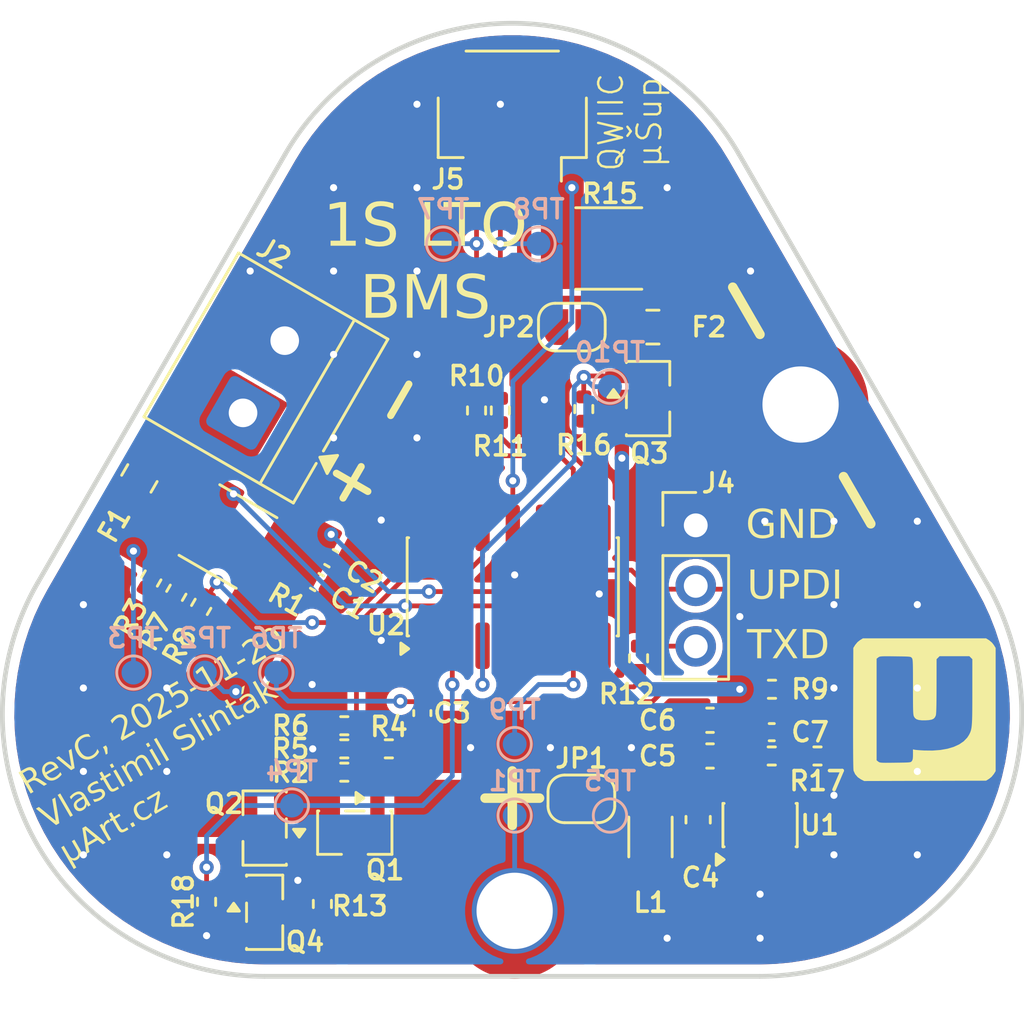
<source format=kicad_pcb>
(kicad_pcb
	(version 20241229)
	(generator "pcbnew")
	(generator_version "9.0")
	(general
		(thickness 1.09)
		(legacy_teardrops no)
	)
	(paper "A4")
	(title_block
		(title "LTO Battery Management System")
		(date "2025-11-20")
		(rev "C")
		(company "µArt.cz")
		(comment 1 "Vlastimil Slinták")
	)
	(layers
		(0 "F.Cu" signal)
		(2 "B.Cu" signal)
		(9 "F.Adhes" user "F.Adhesive")
		(11 "B.Adhes" user "B.Adhesive")
		(13 "F.Paste" user)
		(15 "B.Paste" user)
		(5 "F.SilkS" user "F.Silkscreen")
		(7 "B.SilkS" user "B.Silkscreen")
		(1 "F.Mask" user)
		(3 "B.Mask" user)
		(17 "Dwgs.User" user "User.Drawings")
		(19 "Cmts.User" user "User.Comments")
		(21 "Eco1.User" user "User.Eco1")
		(23 "Eco2.User" user "User.Eco2")
		(25 "Edge.Cuts" user)
		(27 "Margin" user)
		(31 "F.CrtYd" user "F.Courtyard")
		(29 "B.CrtYd" user "B.Courtyard")
		(35 "F.Fab" user)
		(33 "B.Fab" user)
		(39 "User.1" user)
		(41 "User.2" user)
		(43 "User.3" user)
		(45 "User.4" user)
		(47 "User.5" user)
		(49 "User.6" user)
		(51 "User.7" user)
		(53 "User.8" user)
		(55 "User.9" user)
	)
	(setup
		(stackup
			(layer "F.SilkS"
				(type "Top Silk Screen")
			)
			(layer "F.Paste"
				(type "Top Solder Paste")
			)
			(layer "F.Mask"
				(type "Top Solder Mask")
				(thickness 0.01)
			)
			(layer "F.Cu"
				(type "copper")
				(thickness 0.035)
			)
			(layer "dielectric 1"
				(type "core")
				(thickness 1)
				(material "FR4")
				(epsilon_r 4.5)
				(loss_tangent 0.02)
			)
			(layer "B.Cu"
				(type "copper")
				(thickness 0.035)
			)
			(layer "B.Mask"
				(type "Bottom Solder Mask")
				(thickness 0.01)
			)
			(layer "B.Paste"
				(type "Bottom Solder Paste")
			)
			(layer "B.SilkS"
				(type "Bottom Silk Screen")
			)
			(copper_finish "None")
			(dielectric_constraints no)
		)
		(pad_to_mask_clearance 0)
		(allow_soldermask_bridges_in_footprints no)
		(tenting front back)
		(aux_axis_origin 155.254862 123.000002)
		(grid_origin 155.254862 123.000002)
		(pcbplotparams
			(layerselection 0x00000000_00000000_55555555_5755f5ff)
			(plot_on_all_layers_selection 0x00000000_00000000_00000000_00000000)
			(disableapertmacros no)
			(usegerberextensions no)
			(usegerberattributes yes)
			(usegerberadvancedattributes yes)
			(creategerberjobfile yes)
			(dashed_line_dash_ratio 12.000000)
			(dashed_line_gap_ratio 3.000000)
			(svgprecision 4)
			(plotframeref no)
			(mode 1)
			(useauxorigin no)
			(hpglpennumber 1)
			(hpglpenspeed 20)
			(hpglpendiameter 15.000000)
			(pdf_front_fp_property_popups yes)
			(pdf_back_fp_property_popups yes)
			(pdf_metadata yes)
			(pdf_single_document no)
			(dxfpolygonmode yes)
			(dxfimperialunits yes)
			(dxfusepcbnewfont yes)
			(psnegative no)
			(psa4output no)
			(plot_black_and_white yes)
			(sketchpadsonfab no)
			(plotpadnumbers no)
			(hidednponfab no)
			(sketchdnponfab yes)
			(crossoutdnponfab yes)
			(subtractmaskfromsilk no)
			(outputformat 1)
			(mirror no)
			(drillshape 1)
			(scaleselection 1)
			(outputdirectory "")
		)
	)
	(net 0 "")
	(net 1 "GND")
	(net 2 "ADC_LP")
	(net 3 "Net-(U1-V_{FB})")
	(net 4 "VCC")
	(net 5 "+BATT")
	(net 6 "SCL")
	(net 7 "SDA")
	(net 8 "Net-(Q1-S)")
	(net 9 "CUTOFF")
	(net 10 "ADC_LN")
	(net 11 "ADC_BATT")
	(net 12 "Net-(U1-SW)")
	(net 13 "UPDI")
	(net 14 "ADC_SP")
	(net 15 "Net-(JP2-A)")
	(net 16 "3V3CUTOFF")
	(net 17 "TXD")
	(net 18 "Net-(J2-Pin_1)")
	(net 19 "Net-(U2-PB2)")
	(net 20 "ADC_LOAD")
	(net 21 "Net-(Q3-D)")
	(net 22 "Net-(JP1-A)")
	(net 23 "Net-(Q1-G)")
	(net 24 "Net-(J5-Pin_4)")
	(net 25 "Net-(J5-Pin_3)")
	(net 26 "Net-(J5-Pin_2)")
	(net 27 "Net-(Q4-D)")
	(net 28 "Net-(U2-PB3)")
	(footprint "Package_TO_SOT_SMD:SOT-23-3" (layer "F.Cu") (at 144.762362 119.525002 180))
	(footprint "Fuse:Fuse_0805_2012Metric" (layer "F.Cu") (at 139.504862 104.850002 60))
	(footprint "Capacitor_SMD:C_0402_1005Metric" (layer "F.Cu") (at 166.044862 115.500002 180))
	(footprint "Fuse:Fuse_0805_2012Metric" (layer "F.Cu") (at 161.054862 98.500002 180))
	(footprint "Resistor_SMD:R_0402_1005Metric" (layer "F.Cu") (at 140.004862 109.050002 -120))
	(footprint "Resistor_SMD:R_0402_1005Metric" (layer "F.Cu") (at 142.324862 122.620002 -90))
	(footprint "Resistor_SMD:R_0402_1005Metric" (layer "F.Cu") (at 158.154862 101.940002 90))
	(footprint "Resistor_SMD:R_0402_1005Metric" (layer "F.Cu") (at 148.104862 116.200002 180))
	(footprint "Resistor_SMD:R_1812_4532Metric" (layer "F.Cu") (at 159.204862 95.200002 180))
	(footprint "Resistor_SMD:R_0402_1005Metric" (layer "F.Cu") (at 166.054862 113.700002))
	(footprint "Resistor_SMD:R_0402_1005Metric" (layer "F.Cu") (at 166.044862 116.500002 180))
	(footprint "Resistor_SMD:R_0402_1005Metric" (layer "F.Cu") (at 148.104862 117.180002))
	(footprint "Inductor_SMD:L_1206_3216Metric" (layer "F.Cu") (at 160.954862 119.900002 -90))
	(footprint "Resistor_SMD:R_0402_1005Metric" (layer "F.Cu") (at 142.099862 110.241675 -120))
	(footprint "MountingHole:MountingHole_3.2mm_M3_ISO7380_Pad_TopOnly" (layer "F.Cu") (at 167.254862 101.750002 30))
	(footprint "Resistor_SMD:R_0402_1005Metric" (layer "F.Cu") (at 141.054862 109.650002 -120))
	(footprint "Capacitor_SMD:C_0402_1005Metric" (layer "F.Cu") (at 147.554862 108.200002 -30))
	(footprint "Resistor_SMD:R_0402_1005Metric" (layer "F.Cu") (at 153.654862 102.000002 -90))
	(footprint "Capacitor_SMD:C_0603_1608Metric" (layer "F.Cu") (at 162.954862 119.175002 -90))
	(footprint "Package_SO:SOIC-14_3.9x8.7mm_P1.27mm" (layer "F.Cu") (at 155.177362 109.400002 90))
	(footprint "Package_TO_SOT_SMD:SOT-23" (layer "F.Cu") (at 144.762362 123.060002))
	(footprint "Jumper:SolderJumper-2_P1.3mm_Bridged_RoundedPad1.0x1.5mm" (layer "F.Cu") (at 158.054862 118.300002 180))
	(footprint "Capacitor_SMD:C_0603_1608Metric" (layer "F.Cu") (at 163.454862 116.500002 180))
	(footprint "Resistor_SMD:R_0402_1005Metric" (layer "F.Cu") (at 148.104862 115.230002 180))
	(footprint "Resistor_SMD:R_0402_1005Metric" (layer "F.Cu") (at 154.654862 102.000002 -90))
	(footprint "Resistor_SMD:R_0402_1005Metric" (layer "F.Cu") (at 147.184862 122.710002 90))
	(footprint "Capacitor_SMD:C_0603_1608Metric" (layer "F.Cu") (at 163.454862 115.000002 180))
	(footprint "Resistor_SMD:R_1812_4532Metric" (layer "F.Cu") (at 143.223612 107.288103 150))
	(footprint "Resistor_SMD:R_0402_1005Metric" (layer "F.Cu") (at 149.974862 116.200002 180))
	(footprint "Jumper:SolderJumper-2_P1.3mm_Open_RoundedPad1.0x1.5mm" (layer "F.Cu") (at 157.654862 98.500002 180))
	(footprint "Capacitor_SMD:C_0402_1005Metric" (layer "F.Cu") (at 151.379862 114.700002 -90))
	(footprint "TerminalBlock_4Ucon:TerminalBlock_4Ucon_1x02_P3.50mm_Horizontal" (layer "F.Cu") (at 143.854862 102.100002 60))
	(footprint "LOGO" (layer "F.Cu") (at 172.454862 114.550002))
	(footprint "Capacitor_SMD:C_0402_1005Metric" (layer "F.Cu") (at 146.954862 109.200002 -30))
	(footprint "Resistor_SMD:R_0402_1005Metric" (layer "F.Cu") (at 160.454862 112.400002 -90))
	(footprint "Package_TO_SOT_SMD:SOT-23-6" (layer "F.Cu") (at 165.554862 119.400002 90))
	(footprint "Connector_PinHeader_2.54mm:PinHeader_1x03_P2.54mm_Vertical" (layer "F.Cu") (at 162.854862 106.820002))
	(footprint "Package_TO_SOT_SMD:SOT-23-3" (layer "F.Cu") (at 148.544862 119.717502 -90))
	(footprint "MountingHole:MountingHole_3.2mm_M3_ISO7380_Pad_TopOnly" (layer "F.Cu") (at 155.254862 123.000002))
	(footprint "Connector_JST:JST_SH_SM04B-SRSS-TB_1x04-1MP_P1.00mm_Horizontal" (layer "F.Cu") (at 155.154862 89.600002 180))
	(footprint "Package_TO_SOT_SMD:SOT-23-3"
		(layer "F.Cu")
		(uuid "f3ebcf87-dbb7-41ec-aa2f-8999cf985b47")
		(at 160.854862 101.500002)
		(descr "SOT, 3 Pin (JEDEC MO-178 inferred 3-pin variant https://www.jedec.org/document_search?search_api_views_fulltext=MO-178), generated with kicad-footprint-generator ipc_gullwing_generator.py")
		(tags "SOT TO_SOT_SMD")
		(property "Reference" "Q3"
			(at 0.05 2.3 0)
			(layer "F.SilkS")
			(uuid "a5a39b25-c0bf-4ad8-bcf3-3863861bc387")
			(effects
				(font
					(size 0.8 0.8)
					(thickness 0.15)
				)
			)
		)
		(property "Value" "EV3415/SI23333"
			(at 0 2.4 0)
			(layer "F.Fab")
			(uuid "d5db9433-98d1-44ad-8807-14cb5923e8fe")
			(effects
				(font
					(size 1 1)
					(thickness 0.15)
				)
			)
		)
		(property "Datasheet" "http://www.aosmd.com/pdfs/datasheet/AO3401A.pdf"
			(at 0 0 0)
			(layer "F.Fab")
			(hide yes)
			(uuid "e5083849-35a9-4755-9c14-23e97298db4b")
			(effects
				(font
					(size 1.27 1.27)
					(thickness 0.15)
				)
			)
		)
		(property "Description" "-4.0A Id, -30V Vds, P-Channel MOSFET, SOT-23"
			(at 0 0 0)
			(layer "F.Fab")
			(hide yes)
			(uuid "2eb6ecc0-4ffb-47f3-91d5-410ded47d415")
			(effects
				(font
					(size 1.27 1.27)
					(thickness 0.15)
				)
			)
		)
		(property "LCSC" "C344008"
			(at 0 0 0)
			(unlocked yes)
			(layer "F.Fab")
			(hide yes)
			(uuid "729f8346-827a-4622-bd4f-744d512cecc8")
			(effects
				(font
					(size 1 1)
					(thickness 0.15)
				)
			)
		)
		(property ki_fp_filters "SOT?23*")
		(path "/b833105b-16ae-4799-ac96-b1b83de509ec")
		(sheetname "/")
		(sheetfile "lto-bms-revC.kicad_sch")
		(attr smd)
		(fp_line
			(start -0.91 -1.56)
			(end 0.91 -1.56)
			(stroke
				(width 0.12)
				(type solid)
			)
			(layer "F.SilkS")
			(uuid "5ff4db5a-282d-446f-bb97-1c18888008f7")
		)
		(fp_line
			(start -0.91 -1.51)
			(end -0.91 -1.56)
			(stroke
				(width 0.12)
				(type solid)
			)
			(layer "F.SilkS")
			(uuid "f95e4ff8-b6ec-48c9-ad47-fae2f5682461")
		)
		(fp_line
			(start -0.91 0.39)
			(end -0.91 -0.39)
			(stroke
				(width 0.12)
				(type solid)
			)
			(layer "F.SilkS")
			(uuid "0dc498a4-a8ec-40eb-b75a-4dcd65ce5d7c")
		)
		(fp_line
			(start -0.91 1.56)
			(end -0.91 1.51)
			(stroke
				(width 0.12)
				(type solid)
			)
			(layer "F.SilkS")
			(uuid "514472d5-ca9c-4a8f-bf95-a2ac320d69bf")
		)
		(fp_line
			(start 0.91 -1.56)
			(end 0.91 -0.56)
			(stroke
				(width 0.12)
				(type solid)
			)
			(layer "F.SilkS")
			(uuid "ac3f791d-0234-4094-b860-1fcb8ca84b98")
		)
		(fp_line
			(start 0.91 0.56)
			(end 0.91 1.56)
			(stroke
				(width 0.12)
				(type solid)
			)
			(layer "F.SilkS")
			(uuid "893ee1da-cd3b-4798-9550-1c2a39bdd248")
		)
		(fp_line
			(start 0.91 1.56)
			(end -0.91 1.56)
			(stroke
				(width 0.12)
				(type solid)
			)
			(layer "F.SilkS")
			(uuid "4576973c-b4c8-4db3-b7d0-ee497dd8a3ad")
		)
		(fp_poly
			(pts
				(xy -1.45 -0.38) (xy -1.21 -0.05) (xy -1.69 -0.05)
			)
			(stroke
				(width 0.12)
				(type solid)
			)
			(fill yes)
			(layer "F.SilkS")
			(uuid "809ffbb2-8129-4a85-85ca-9400306099fc")
		)
		(fp_line
			(start -2.05 -1.5)
			(end -1.05 -1.5)
			(stroke
				(width 0.05)
				(type solid)
			)
			(layer "F.CrtYd")
			(uuid "024b57cd-c0b6-4003-b817-5020196bec89")
		)
		(fp_line
			(start -2.05 1.5)
			(end -2.05 -1.5)
			(stroke
				(width 0.05)
				(type solid)
			)
			(layer "F.CrtYd")
			(uuid "d12422d3-f9ac-4c9b-bd37-5d19b1d07e6a")
		)
		(fp_line
			(start -1.05 -1.7)
			(end 1.05 -1.7)
			(stroke
				(width 0.05)
				(type solid)
			)
			(layer "F.CrtYd")
			(uuid "bd0
... [262302 chars truncated]
</source>
